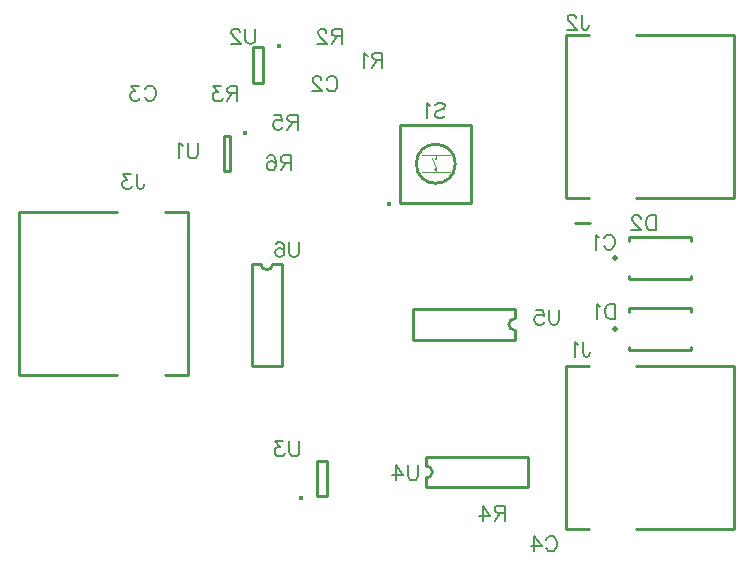
<source format=gbr>
G04 DipTrace 3.0.0.2*
G04 TopSilk.gbr*
%MOIN*%
G04 #@! TF.FileFunction,Legend,Top*
G04 #@! TF.Part,Single*
%ADD10C,0.009843*%
%ADD22C,0.019694*%
%ADD28C,0.015764*%
%ADD29C,0.003937*%
%ADD31C,0.015422*%
%ADD33C,0.015395*%
%ADD67C,0.00772*%
%FSLAX26Y26*%
G04*
G70*
G90*
G75*
G01*
G04 TopSilk*
%LPD*%
X2285413Y1572856D2*
D10*
X2234272D1*
X2624027Y1162401D2*
Y1150591D1*
X2415341Y1162401D2*
Y1150591D1*
D22*
X2368115Y1220472D3*
X2624027Y1278544D2*
D10*
Y1290354D1*
X2415341Y1150591D2*
X2624027D1*
X2415341Y1278544D2*
Y1290354D1*
X2624027D1*
Y1398621D2*
Y1386811D1*
X2415341Y1398621D2*
Y1386811D1*
D22*
X2368115Y1456693D3*
X2624027Y1514765D2*
D10*
Y1526575D1*
X2415341Y1386811D2*
X2624027D1*
X2415341Y1514765D2*
Y1526575D1*
X2624027D1*
X2765748Y1098440D2*
Y555103D1*
Y1098440D2*
X2439008D1*
X2765748Y555103D2*
X2438952D1*
X2281472Y1098440D2*
X2204724D1*
Y555103D1*
X2281472D1*
X2765748Y2200802D2*
Y1657465D1*
Y2200802D2*
X2439008D1*
X2765748Y1657465D2*
X2438952D1*
X2281472Y2200802D2*
X2204724D1*
Y1657465D1*
X2281472D1*
X383858Y1066914D2*
Y1610251D1*
Y1066914D2*
X710598D1*
X383858Y1610251D2*
X710655D1*
X868134Y1066914D2*
X944882D1*
Y1610251D1*
X868134D1*
D28*
X1614144Y1638181D3*
X1706680Y1771654D2*
D10*
G02X1706680Y1771654I64974J0D01*
G01*
X1724388Y1744094D2*
D29*
X1818869D1*
X1724388Y1799214D2*
X1818869D1*
X1771629Y1744094D2*
Y1750007D1*
Y1799214D2*
Y1793273D1*
X1767739Y1753927D2*
G02X1767739Y1753927I3915J0D01*
G01*
Y1787374D2*
G02X1767739Y1787374I3915J0D01*
G01*
X1771629Y1757847D2*
X1757912Y1789367D1*
X1653554Y1641721D2*
D10*
X1889755D1*
Y1901560D1*
X1653554D1*
Y1641721D1*
D31*
X1136756Y1873369D3*
X1086614Y1864168D2*
D10*
Y1746063D1*
X1066929D1*
Y1864168D1*
X1086614D1*
D33*
X1248909Y2164709D3*
X1194843Y2159447D2*
D10*
Y2041339D1*
X1163353Y2159447D2*
Y2041339D1*
X1194843D2*
X1163353D1*
X1194843Y2159447D2*
X1163353D1*
D33*
X1321957Y658126D3*
X1376023Y663388D2*
D10*
Y781496D1*
X1407513Y663388D2*
Y781496D1*
X1376023D2*
X1407513D1*
X1376023Y663388D2*
X1407513D1*
X1740546Y795283D2*
X2079139D1*
X1740546Y692906D2*
X2079139D1*
Y795283D2*
Y692906D1*
X1740546Y795283D2*
Y763789D1*
Y724400D2*
Y692906D1*
Y763789D2*
G02X1740546Y724400I12J-19694D01*
G01*
X2035045Y1185032D2*
X1696451D1*
X2035045Y1287409D2*
X1696451D1*
Y1185032D2*
Y1287409D1*
X2035045Y1185032D2*
Y1216526D1*
Y1255915D2*
Y1287409D1*
Y1216526D2*
G02X2035045Y1255915I-12J19694D01*
G01*
X1259850Y1437407D2*
Y1098814D1*
X1157473Y1437407D2*
Y1098814D1*
X1259850D2*
X1157473D1*
X1259850Y1437407D2*
X1228356D1*
X1188967D2*
X1157473D1*
X1228356D2*
G02X1188967Y1437407I-19694J-12D01*
G01*
X2332396Y1523894D2*
D67*
X2334772Y1528647D1*
X2339581Y1533455D1*
X2344334Y1535832D1*
X2353895D1*
X2358704Y1533455D1*
X2363457Y1528647D1*
X2365889Y1523894D1*
X2368266Y1516709D1*
Y1504715D1*
X2365889Y1497585D1*
X2363457Y1492777D1*
X2358704Y1488024D1*
X2353895Y1485592D1*
X2344334D1*
X2339581Y1488024D1*
X2334772Y1492777D1*
X2332396Y1497585D1*
X2316956Y1526215D2*
X2312148Y1528647D1*
X2304963Y1535777D1*
Y1485592D1*
X1408106Y2051442D2*
X1410483Y2056196D1*
X1415291Y2061004D1*
X1420044Y2063381D1*
X1429606D1*
X1434414Y2061004D1*
X1439168Y2056196D1*
X1441599Y2051442D1*
X1443976Y2044257D1*
Y2032264D1*
X1441599Y2025134D1*
X1439168Y2020326D1*
X1434414Y2015572D1*
X1429606Y2013141D1*
X1420044D1*
X1415291Y2015572D1*
X1410483Y2020326D1*
X1408106Y2025134D1*
X1390235Y2051387D2*
Y2053764D1*
X1387858Y2058572D1*
X1385482Y2060949D1*
X1380673Y2063325D1*
X1371112D1*
X1366359Y2060949D1*
X1363982Y2058572D1*
X1361550Y2053764D1*
Y2049010D1*
X1363982Y2044202D1*
X1368735Y2037072D1*
X1392667Y2013141D1*
X1359174D1*
X801807Y2019946D2*
X804184Y2024699D1*
X808992Y2029508D1*
X813745Y2031884D1*
X823307D1*
X828115Y2029508D1*
X832868Y2024699D1*
X835300Y2019946D1*
X837677Y2012761D1*
Y2000768D1*
X835300Y1993638D1*
X832868Y1988830D1*
X828115Y1984076D1*
X823307Y1981644D1*
X813745D1*
X808992Y1984076D1*
X804184Y1988830D1*
X801807Y1993638D1*
X781559Y2031829D2*
X755306D1*
X769621Y2012706D1*
X762436D1*
X757683Y2010329D1*
X755306Y2007953D1*
X752874Y2000768D1*
Y1996015D1*
X755306Y1988830D1*
X760059Y1984021D1*
X767244Y1981644D1*
X774429D1*
X781559Y1984021D1*
X783936Y1986453D1*
X786368Y1991206D1*
X2139609Y517978D2*
X2141986Y522731D1*
X2146794Y527539D1*
X2151548Y529916D1*
X2161109D1*
X2165918Y527539D1*
X2170671Y522731D1*
X2173103Y517978D1*
X2175479Y510793D1*
Y498799D1*
X2173103Y491669D1*
X2170671Y486861D1*
X2165918Y482108D1*
X2161109Y479676D1*
X2151548D1*
X2146794Y482108D1*
X2141986Y486861D1*
X2139609Y491669D1*
X2100238Y479676D2*
Y529861D1*
X2124170Y496423D1*
X2088300D1*
X2369046Y1304522D2*
Y1254282D1*
X2352299D1*
X2345114Y1256714D1*
X2340306Y1261467D1*
X2337929Y1266276D1*
X2335552Y1273406D1*
Y1285399D1*
X2337929Y1292584D1*
X2340306Y1297337D1*
X2345114Y1302146D1*
X2352299Y1304522D1*
X2369046D1*
X2320113Y1294905D2*
X2315305Y1297337D1*
X2308120Y1304467D1*
Y1254282D1*
X2505780Y1599798D2*
Y1549558D1*
X2489033D1*
X2481848Y1551990D1*
X2477040Y1556743D1*
X2474663Y1561551D1*
X2472287Y1568681D1*
Y1580675D1*
X2474663Y1587860D1*
X2477040Y1592613D1*
X2481848Y1597421D1*
X2489033Y1599798D1*
X2505780D1*
X2454415Y1587804D2*
Y1590181D1*
X2452039Y1594989D1*
X2449662Y1597366D1*
X2444854Y1599743D1*
X2435292D1*
X2430539Y1597366D1*
X2428162Y1594989D1*
X2425731Y1590181D1*
Y1585428D1*
X2428162Y1580619D1*
X2432916Y1573490D1*
X2456847Y1549558D1*
X2423354D1*
X2262577Y1178341D2*
Y1140095D1*
X2264954Y1132910D1*
X2267386Y1130533D1*
X2272139Y1128101D1*
X2276947D1*
X2281701Y1130533D1*
X2284077Y1132910D1*
X2286509Y1140095D1*
Y1144848D1*
X2247138Y1168724D2*
X2242330Y1171156D1*
X2235145Y1178286D1*
Y1128101D1*
X2257579Y2268892D2*
Y2230646D1*
X2259956Y2223461D1*
X2262388Y2221084D1*
X2267141Y2218652D1*
X2271949D1*
X2276702Y2221084D1*
X2279079Y2223461D1*
X2281511Y2230646D1*
Y2235399D1*
X2239708Y2256899D2*
Y2259275D1*
X2237331Y2264084D1*
X2234955Y2266461D1*
X2230146Y2268837D1*
X2220585D1*
X2215832Y2266461D1*
X2213455Y2264084D1*
X2211023Y2259275D1*
Y2254522D1*
X2213455Y2249714D1*
X2218208Y2242584D1*
X2242140Y2218652D1*
X2208647D1*
X775296Y1737396D2*
Y1699150D1*
X777672Y1691965D1*
X780104Y1689588D1*
X784857Y1687156D1*
X789666D1*
X794419Y1689588D1*
X796796Y1691965D1*
X799227Y1699150D1*
Y1703903D1*
X755048Y1737341D2*
X728795D1*
X743110Y1718218D1*
X735925D1*
X731172Y1715841D1*
X728795Y1713465D1*
X726363Y1706280D1*
Y1701526D1*
X728795Y1694341D1*
X733548Y1689533D1*
X740733Y1687156D1*
X747918D1*
X755048Y1689533D1*
X757425Y1691965D1*
X759856Y1696718D1*
X1593455Y2118189D2*
X1571955D1*
X1564770Y2120621D1*
X1562338Y2122997D1*
X1559962Y2127751D1*
Y2132559D1*
X1562338Y2137312D1*
X1564770Y2139744D1*
X1571955Y2142121D1*
X1593455D1*
Y2091881D1*
X1576708Y2118189D2*
X1559962Y2091881D1*
X1544523Y2132504D2*
X1539714Y2134936D1*
X1532529Y2142065D1*
Y2091881D1*
X1458536Y2196929D2*
X1437036D1*
X1429851Y2199361D1*
X1427419Y2201738D1*
X1425042Y2206491D1*
Y2211299D1*
X1427419Y2216052D1*
X1429851Y2218484D1*
X1437036Y2220861D1*
X1458536D1*
Y2170621D1*
X1441789Y2196929D2*
X1425042Y2170621D1*
X1407171Y2208867D2*
Y2211244D1*
X1404795Y2216052D1*
X1402418Y2218429D1*
X1397610Y2220806D1*
X1388048D1*
X1383295Y2218429D1*
X1380918Y2216052D1*
X1378486Y2211244D1*
Y2206491D1*
X1380918Y2201682D1*
X1385672Y2194553D1*
X1409603Y2170621D1*
X1376110D1*
X1110111Y2005984D2*
X1088611D1*
X1081426Y2008416D1*
X1078994Y2010793D1*
X1076617Y2015546D1*
Y2020354D1*
X1078994Y2025108D1*
X1081426Y2027539D1*
X1088611Y2029916D1*
X1110111D1*
Y1979676D1*
X1093364Y2005984D2*
X1076617Y1979676D1*
X1056370Y2029861D2*
X1030117D1*
X1044431Y2010737D1*
X1037246D1*
X1032493Y2008361D1*
X1030117Y2005984D1*
X1027685Y1998799D1*
Y1994046D1*
X1030117Y1986861D1*
X1034870Y1982053D1*
X1042055Y1979676D1*
X1049240D1*
X1056370Y1982053D1*
X1058746Y1984484D1*
X1061178Y1989238D1*
X2001063Y608346D2*
X1979563D1*
X1972378Y610778D1*
X1969946Y613155D1*
X1967569Y617908D1*
Y622717D1*
X1969946Y627470D1*
X1972378Y629902D1*
X1979563Y632278D1*
X2001063D1*
Y582038D1*
X1984316Y608346D2*
X1967569Y582038D1*
X1928198D2*
Y632223D1*
X1952130Y598785D1*
X1916260D1*
X1310898Y1911496D2*
X1289398D1*
X1282213Y1913928D1*
X1279781Y1916305D1*
X1277405Y1921058D1*
Y1925866D1*
X1279781Y1930619D1*
X1282213Y1933051D1*
X1289398Y1935428D1*
X1310898D1*
Y1885188D1*
X1294151Y1911496D2*
X1277405Y1885188D1*
X1233281Y1935373D2*
X1257157D1*
X1259534Y1913873D1*
X1257157Y1916249D1*
X1249972Y1918681D1*
X1242842D1*
X1235657Y1916249D1*
X1230849Y1911496D1*
X1228472Y1904311D1*
Y1899558D1*
X1230849Y1892373D1*
X1235657Y1887564D1*
X1242842Y1885188D1*
X1249972D1*
X1257157Y1887564D1*
X1259534Y1889996D1*
X1261965Y1894749D1*
X1288029Y1775669D2*
X1266529D1*
X1259344Y1778101D1*
X1256912Y1780478D1*
X1254535Y1785231D1*
Y1790039D1*
X1256912Y1794793D1*
X1259344Y1797224D1*
X1266529Y1799601D1*
X1288029D1*
Y1749361D1*
X1271282Y1775669D2*
X1254535Y1749361D1*
X1210411Y1792416D2*
X1212788Y1797169D1*
X1219973Y1799546D1*
X1224726D1*
X1231911Y1797169D1*
X1236719Y1789984D1*
X1239096Y1778046D1*
Y1766108D1*
X1236719Y1756546D1*
X1231911Y1751738D1*
X1224726Y1749361D1*
X1222349D1*
X1215220Y1751738D1*
X1210411Y1756546D1*
X1208034Y1763731D1*
Y1766108D1*
X1210411Y1773293D1*
X1215220Y1778046D1*
X1222349Y1780423D1*
X1224726D1*
X1231911Y1778046D1*
X1236719Y1773293D1*
X1239096Y1766108D1*
X1769212Y1967598D2*
X1773966Y1972407D1*
X1781151Y1974783D1*
X1790712D1*
X1797897Y1972407D1*
X1802706Y1967598D1*
Y1962845D1*
X1800274Y1958037D1*
X1797897Y1955660D1*
X1793144Y1953284D1*
X1778774Y1948475D1*
X1773966Y1946099D1*
X1771589Y1943667D1*
X1769212Y1938914D1*
Y1931728D1*
X1773966Y1926975D1*
X1781151Y1924543D1*
X1790712D1*
X1797897Y1926975D1*
X1802706Y1931728D1*
X1753773Y1965167D2*
X1748965Y1967598D1*
X1741780Y1974728D1*
Y1924543D1*
X978189Y1840121D2*
Y1804251D1*
X975812Y1797066D1*
X971004Y1792313D1*
X963819Y1789881D1*
X959065D1*
X951880Y1792313D1*
X947072Y1797066D1*
X944695Y1804251D1*
Y1840121D1*
X929256Y1830504D2*
X924448Y1832936D1*
X917263Y1840065D1*
Y1789881D1*
X1170500Y2222010D2*
Y2186141D1*
X1168124Y2178956D1*
X1163315Y2174202D1*
X1156130Y2171770D1*
X1151377D1*
X1144192Y2174202D1*
X1139384Y2178956D1*
X1137007Y2186141D1*
Y2222010D1*
X1119136Y2210017D2*
Y2212394D1*
X1116759Y2217202D1*
X1114383Y2219579D1*
X1109574Y2221955D1*
X1100013D1*
X1095259Y2219579D1*
X1092883Y2217202D1*
X1090451Y2212394D1*
Y2207640D1*
X1092883Y2202832D1*
X1097636Y2195702D1*
X1121568Y2171770D1*
X1088074D1*
X1317437Y846845D2*
Y810975D1*
X1315061Y803790D1*
X1310252Y799037D1*
X1303067Y796605D1*
X1298314D1*
X1291129Y799037D1*
X1286321Y803790D1*
X1283944Y810975D1*
Y846845D1*
X1263696Y846790D2*
X1237443D1*
X1251758Y827667D1*
X1244573D1*
X1239820Y825290D1*
X1237443Y822913D1*
X1235011Y815728D1*
Y810975D1*
X1237443Y803790D1*
X1242196Y798982D1*
X1249382Y796605D1*
X1256567D1*
X1263696Y798982D1*
X1266073Y801414D1*
X1268505Y806167D1*
X1712086Y766136D2*
Y730267D1*
X1709710Y723081D1*
X1704901Y718328D1*
X1697716Y715896D1*
X1692963D1*
X1685778Y718328D1*
X1680970Y723081D1*
X1678593Y730267D1*
Y766136D1*
X1639222Y715896D2*
Y766081D1*
X1663154Y732643D1*
X1627284D1*
X2182552Y1285822D2*
Y1249952D1*
X2180175Y1242767D1*
X2175367Y1238013D1*
X2168181Y1235581D1*
X2163428D1*
X2156243Y1238013D1*
X2151435Y1242767D1*
X2149058Y1249952D1*
Y1285822D1*
X2104934Y1285766D2*
X2128811D1*
X2131187Y1264266D1*
X2128811Y1266643D1*
X2121625Y1269075D1*
X2114496D1*
X2107311Y1266643D1*
X2102502Y1261890D1*
X2100126Y1254705D1*
Y1249952D1*
X2102502Y1242767D1*
X2107311Y1237958D1*
X2114496Y1235581D1*
X2121625D1*
X2128811Y1237958D1*
X2131187Y1240390D1*
X2133619Y1245143D1*
X1315588Y1510630D2*
Y1474760D1*
X1313211Y1467575D1*
X1308403Y1462822D1*
X1301218Y1460390D1*
X1296464D1*
X1289279Y1462822D1*
X1284471Y1467575D1*
X1282094Y1474760D1*
Y1510630D1*
X1237970Y1503445D2*
X1240347Y1508198D1*
X1247532Y1510575D1*
X1252285D1*
X1259470Y1508198D1*
X1264278Y1501013D1*
X1266655Y1489075D1*
Y1477137D1*
X1264278Y1467575D1*
X1259470Y1462766D1*
X1252285Y1460390D1*
X1249908D1*
X1242779Y1462766D1*
X1237970Y1467575D1*
X1235594Y1474760D1*
Y1477137D1*
X1237970Y1484322D1*
X1242779Y1489075D1*
X1249908Y1491451D1*
X1252285D1*
X1259470Y1489075D1*
X1264278Y1484322D1*
X1266655Y1477137D1*
M02*

</source>
